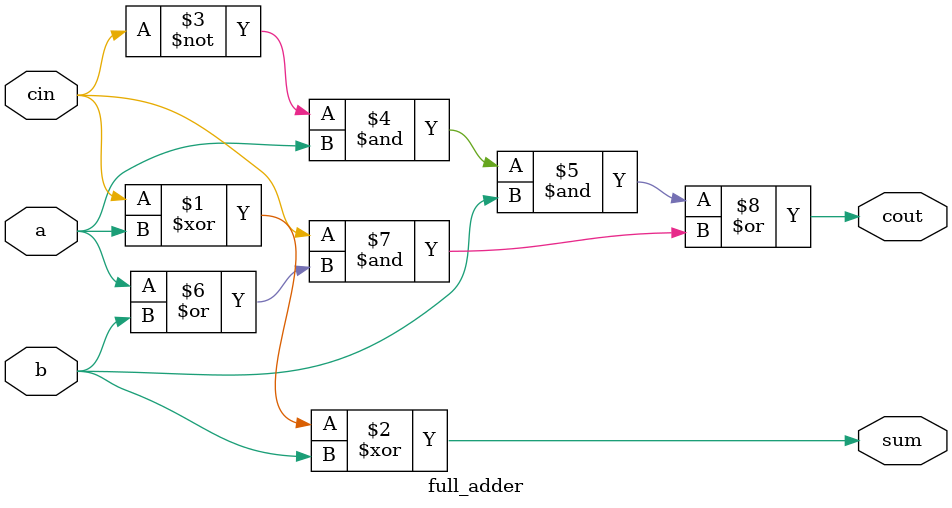
<source format=v>
module full_adder(a,b,cin,sum,cout);
	input a, b, cin;
	output sum, cout;

	assign sum = cin ^ a ^ b; // cin XOR a XOR b
	assign cout = ~cin & a & b | cin & (a | b); // cin'ab + cin(a + b)
endmodule

</source>
